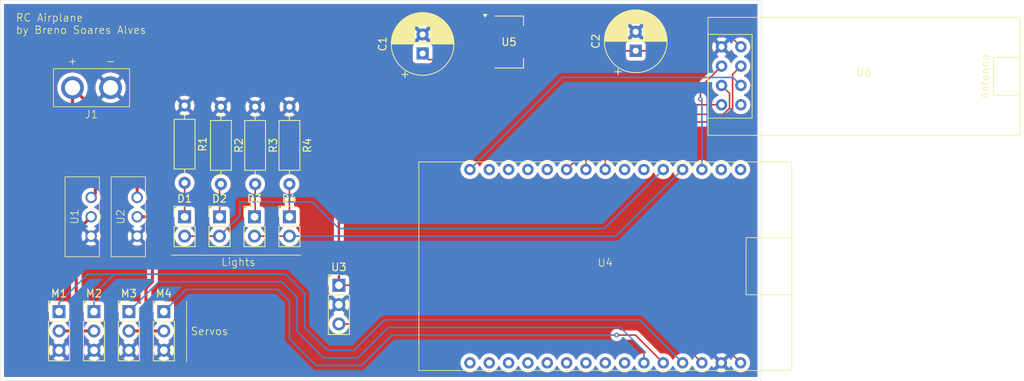
<source format=kicad_pcb>
(kicad_pcb (version 20241229) (generator "pcbnew") (generator_version "9.0")
  (layers (0 "F.Cu" signal) (2 "B.Cu" signal) (13 "F.Paste" user) (15 "B.Paste" user) (5 "F.SilkS" user "F.Silkscreen") (7 "B.SilkS" user "B.Silkscreen") (1 "F.Mask" user) (3 "B.Mask" user) (25 "Edge.Cuts" user))
  (net 0 "")
  (net 1 "Net-(U3-5V)")
  (net 2 "GND")
  (net 3 "Net-(U5-VO)")
  (net 4 "Net-(J1-Pin_2)")
  (net 5 "Net-(M1-PWM)")
  (net 6 "Net-(M1-+)")
  (net 7 "Net-(M3-+)")
  (net 8 "Net-(M3-PWM)")
  (net 9 "Net-(M4-PWM)")
  (net 10 "Net-(U3-PWM)")
  (net 11 "Net-(U4-D19)")
  (net 13 "Net-(U4-D5)")
  (net 15 "Net-(U4-D18)")
  (net 17 "Net-(U4-D23)")
  (net 23 "Net-(U4-D15)")
  (net 34 "Net-(D1-K)")
  (net 35 "Net-(D1-A)")
  (net 36 "Net-(D2-K)")
  (net 37 "Net-(D3-K)")
  (net 38 "Net-(D3-A)")
  (net 39 "Net-(D4-K)")
  (footprint "Connector_PinHeader_2.54mm:PinHeader_1x02_P2.54mm_Vertical" (layer "F.Cu") (at 177 91.46)
    (property "Reference" "D4" (at 0 -2.38 0) (layer "F.SilkS"))
    (property "Value" "LED")
    (pad "1" thru_hole rect (at 0 0) (size 1.7 1.7) (drill 1) (layers "*.Cu" "*.Mask") (net 39 "Net-(D4-K)"))
    (pad "2" thru_hole circle (at 0 2.54) (size 1.7 1.7) (drill 1) (layers "*.Cu" "*.Mask") (net 38 "Net-(D3-A)"))
  )
  (footprint "Connector_PinHeader_2.54mm:PinHeader_1x03_P2.54mm_Vertical" (layer "F.Cu") (at 146.73 103.92)
    (property "Reference" "M1" (at 0 -2.38 0) (layer "F.SilkS"))
    (property "Value" "Left_Aileron")
    (pad "1" thru_hole rect (at 0 0) (size 1.7 1.7) (drill 1) (layers "*.Cu" "*.Mask") (net 5 "Net-(M1-PWM)"))
    (pad "2" thru_hole circle (at 0 2.54) (size 1.7 1.7) (drill 1) (layers "*.Cu" "*.Mask") (net 6 "Net-(M1-+)"))
    (pad "3" thru_hole circle (at 0 5.08) (size 1.7 1.7) (drill 1) (layers "*.Cu" "*.Mask") (net 2 "GND"))
  )
  (footprint "PlaneFootprints:ESP32_DevKit_C" (layer "F.Cu") (at 218.5 98)
    (property "Reference" "U4" (at 0 -0.5 0) (layer "F.SilkS") (effects (font (thickness 0.1))))
    (property "Value" "ESP32_DevKit_1")
    (pad "1" thru_hole circle (at -17.78 -12.75 180) (size 1.5 1.5) (drill 0.8) (layers "*.Cu" "*.Mask") (net 17 "Net-(U4-D23)"))
    (pad "2" thru_hole circle (at -15.24 -12.75 180) (size 1.5 1.5) (drill 0.8) (layers "*.Cu" "*.Mask"))
    (pad "3" thru_hole circle (at -12.7 -12.75 180) (size 1.5 1.5) (drill 0.8) (layers "*.Cu" "*.Mask"))
    (pad "4" thru_hole circle (at -10.16 -12.75 180) (size 1.5 1.5) (drill 0.8) (layers "*.Cu" "*.Mask"))
    (pad "5" thru_hole circle (at -7.62 -12.75 180) (size 1.5 1.5) (drill 0.8) (layers "*.Cu" "*.Mask"))
    (pad "6" thru_hole circle (at -5.08 -12.75 180) (size 1.5 1.5) (drill 0.8) (layers "*.Cu" "*.Mask") (net 11 "Net-(U4-D19)"))
    (pad "7" thru_hole circle (at -2.54 -12.75 180) (size 1.5 1.5) (drill 0.8) (layers "*.Cu" "*.Mask") (net 15 "Net-(U4-D18)"))
    (pad "8" thru_hole circle (at 0 -12.75 180) (size 1.5 1.5) (drill 0.8) (layers "*.Cu" "*.Mask") (net 13 "Net-(U4-D5)"))
    (pad "9" thru_hole circle (at 2.54 -12.75 180) (size 1.5 1.5) (drill 0.8) (layers "*.Cu" "*.Mask"))
    (pad "10" thru_hole circle (at 5.08 -12.75 180) (size 1.5 1.5) (drill 0.8) (layers "*.Cu" "*.Mask"))
    (pad "11" thru_hole circle (at 7.62 -12.75 180) (size 1.5 1.5) (drill 0.8) (layers "*.Cu" "*.Mask") (net 35 "Net-(D1-A)"))
    (pad "12" thru_hole circle (at 10.16 -12.75 180) (size 1.5 1.5) (drill 0.8) (layers "*.Cu" "*.Mask") (net 38 "Net-(D3-A)"))
    (pad "13" thru_hole circle (at 12.7 -12.75 180) (size 1.5 1.5) (drill 0.8) (layers "*.Cu" "*.Mask") (net 23 "Net-(U4-D15)"))
    (pad "14" thru_hole circle (at 15.24 -12.75 180) (size 1.5 1.5) (drill 0.8) (layers "*.Cu" "*.Mask"))
    (pad "15" thru_hole circle (at 17.78 -12.75 180) (size 1.5 1.5) (drill 0.8) (layers "*.Cu" "*.Mask"))
    (pad "16" thru_hole circle (at -17.78 12.65 180) (size 1.5 1.5) (drill 0.8) (layers "*.Cu" "*.Mask"))
    (pad "17" thru_hole circle (at -15.24 12.65 180) (size 1.5 1.5) (drill 0.8) (layers "*.Cu" "*.Mask"))
    (pad "18" thru_hole circle (at -12.7 12.65 180) (size 1.5 1.5) (drill 0.8) (layers "*.Cu" "*.Mask"))
    (pad "19" thru_hole circle (at -10.16 12.65 180) (size 1.5 1.5) (drill 0.8) (layers "*.Cu" "*.Mask"))
    (pad "20" thru_hole circle (at -7.62 12.65 180) (size 1.5 1.5) (drill 0.8) (layers "*.Cu" "*.Mask"))
    (pad "21" thru_hole circle (at -5.08 12.65 180) (size 1.5 1.5) (drill 0.8) (layers "*.Cu" "*.Mask"))
    (pad "22" thru_hole circle (at -2.54 12.65 180) (size 1.5 1.5) (drill 0.8) (layers "*.Cu" "*.Mask"))
    (pad "23" thru_hole circle (at 0 12.65 180) (size 1.5 1.5) (drill 0.8) (layers "*.Cu" "*.Mask"))
    (pad "24" thru_hole circle (at 2.54 12.65 180) (size 1.5 1.5) (drill 0.8) (layers "*.Cu" "*.Mask"))
    (pad "25" thru_hole circle (at 5.08 12.65 180) (size 1.5 1.5) (drill 0.8) (layers "*.Cu" "*.Mask") (net 8 "Net-(M3-PWM)"))
    (pad "26" thru_hole circle (at 7.62 12.65 180) (size 1.5 1.5) (drill 0.8) (layers "*.Cu" "*.Mask") (net 9 "Net-(M4-PWM)"))
    (pad "27" thru_hole circle (at 10.16 12.65 180) (size 1.5 1.5) (drill 0.8) (layers "*.Cu" "*.Mask") (net 5 "Net-(M1-PWM)"))
    (pad "28" thru_hole circle (at 12.7 12.65 180) (size 1.5 1.5) (drill 0.8) (layers "*.Cu" "*.Mask") (net 10 "Net-(U3-PWM)"))
    (pad "29" thru_hole circle (at 15.24 12.65 180) (size 1.5 1.5) (drill 0.8) (layers "*.Cu" "*.Mask") (net 2 "GND"))
    (pad "30" thru_hole circle (at 17.78 12.65 180) (size 1.5 1.5) (drill 0.8) (layers "*.Cu" "*.Mask") (net 1 "Net-(U3-5V)"))
  )
  (footprint "Capacitor_THT:CP_Radial_D8.0mm_P2.50mm" (layer "F.Cu") (at 194.5 70 90)
    (property "Reference" "C1" (at 1.25 -5.25 90) (layer "F.SilkS"))
    (property "Value" "100uF")
    (pad "1" thru_hole rect (at 0 0 90) (size 1.6 1.6) (drill 0.8) (layers "*.Cu" "*.Mask") (net 1 "Net-(U3-5V)"))
    (pad "2" thru_hole circle (at 2.5 0 90) (size 1.6 1.6) (drill 0.8) (layers "*.Cu" "*.Mask") (net 2 "GND"))
  )
  (footprint "Capacitor_THT:CP_Radial_D8.0mm_P2.50mm" (layer "F.Cu") (at 222.5 69.652651 90)
    (property "Reference" "C2" (at 1.25 -5.25 90) (layer "F.SilkS"))
    (property "Value" "10uF")
    (pad "1" thru_hole rect (at 0 0 90) (size 1.6 1.6) (drill 0.8) (layers "*.Cu" "*.Mask") (net 3 "Net-(U5-VO)"))
    (pad "2" thru_hole circle (at 2.5 0 90) (size 1.6 1.6) (drill 0.8) (layers "*.Cu" "*.Mask") (net 2 "GND"))
  )
  (footprint "PlaneFootprints:LD1085V50" (layer "F.Cu") (at 155.83 91.46)
    (property "Reference" "U2" (at -1 0 90) (layer "F.SilkS") (effects (font (thickness 0.1))))
    (property "Value" "LD1085V50")
    (pad "1" thru_hole circle (at 1.17 -2.54) (size 1.5 1.5) (drill 1) (layers "*.Cu" "*.Mask") (net 4 "Net-(J1-Pin_2)"))
    (pad "2" thru_hole circle (at 1.17 0) (size 1.5 1.5) (drill 1) (layers "*.Cu" "*.Mask") (net 7 "Net-(M3-+)"))
    (pad "3" thru_hole circle (at 1.17 2.54) (size 1.5 1.5) (drill 1) (layers "*.Cu" "*.Mask") (net 2 "GND"))
  )
  (footprint "Connector_PinHeader_2.54mm:PinHeader_1x02_P2.54mm_Vertical" (layer "F.Cu") (at 167.82 91.46)
    (property "Reference" "D2" (at 0 -2.38 0) (layer "F.SilkS"))
    (property "Value" "LED")
    (pad "1" thru_hole rect (at 0 0) (size 1.7 1.7) (drill 1) (layers "*.Cu" "*.Mask") (net 36 "Net-(D2-K)"))
    (pad "2" thru_hole circle (at 0 2.54) (size 1.7 1.7) (drill 1) (layers "*.Cu" "*.Mask") (net 35 "Net-(D1-A)"))
  )
  (footprint "Connector_PinHeader_2.54mm:PinHeader_1x02_P2.54mm_Vertical" (layer "F.Cu") (at 163.23 91.46)
    (property "Reference" "D1" (at 0 -2.38 0) (layer "F.SilkS"))
    (property "Value" "LED")
    (pad "1" thru_hole rect (at 0 0) (size 1.7 1.7) (drill 1) (layers "*.Cu" "*.Mask") (net 34 "Net-(D1-K)"))
    (pad "2" thru_hole circle (at 0 2.54) (size 1.7 1.7) (drill 1) (layers "*.Cu" "*.Mask") (net 35 "Net-(D1-A)"))
  )
  (footprint "Connector_PinHeader_2.54mm:PinHeader_1x02_P2.54mm_Vertical" (layer "F.Cu") (at 172.41 91.46)
    (property "Reference" "D3" (at 0 -2.38 0) (layer "F.SilkS"))
    (property "Value" "LED")
    (pad "1" thru_hole rect (at 0 0) (size 1.7 1.7) (drill 1) (layers "*.Cu" "*.Mask") (net 37 "Net-(D3-K)"))
    (pad "2" thru_hole circle (at 0 2.54) (size 1.7 1.7) (drill 1) (layers "*.Cu" "*.Mask") (net 38 "Net-(D3-A)"))
  )
  (footprint "Resistor_THT:R_Axial_DIN0207_L6.3mm_D2.5mm_P10.16mm_Horizontal" (layer "F.Cu") (at 168 77 -90)
    (property "Reference" "R2" (at 5.08 -2.37 90) (layer "F.SilkS"))
    (property "Value" "330")
    (pad "1" thru_hole circle (at 0 0 270) (size 1.6 1.6) (drill 0.8) (layers "*.Cu" "*.Mask") (net 2 "GND"))
    (pad "2" thru_hole oval (at 10.16 0 270) (size 1.6 1.6) (drill 0.8) (layers "*.Cu" "*.Mask") (net 36 "Net-(D2-K)"))
  )
  (footprint "Resistor_THT:R_Axial_DIN0207_L6.3mm_D2.5mm_P10.16mm_Horizontal" (layer "F.Cu") (at 163.23 76.84 -90)
    (property "Reference" "R1" (at 5.08 -2.37 90) (layer "F.SilkS"))
    (property "Value" "330")
    (pad "1" thru_hole circle (at 0 0 270) (size 1.6 1.6) (drill 0.8) (layers "*.Cu" "*.Mask") (net 2 "GND"))
    (pad "2" thru_hole oval (at 10.16 0 270) (size 1.6 1.6) (drill 0.8) (layers "*.Cu" "*.Mask") (net 34 "Net-(D1-K)"))
  )
  (footprint "Resistor_THT:R_Axial_DIN0207_L6.3mm_D2.5mm_P10.16mm_Horizontal" (layer "F.Cu") (at 172.5 77 -90)
    (property "Reference" "R3" (at 5.08 -2.37 90) (layer "F.SilkS"))
    (property "Value" "330")
    (pad "1" thru_hole circle (at 0 0 270) (size 1.6 1.6) (drill 0.8) (layers "*.Cu" "*.Mask") (net 2 "GND"))
    (pad "2" thru_hole oval (at 10.16 0 270) (size 1.6 1.6) (drill 0.8) (layers "*.Cu" "*.Mask") (net 37 "Net-(D3-K)"))
  )
  (footprint "Connector_PinHeader_2.54mm:PinHeader_1x03_P2.54mm_Vertical" (layer "F.Cu") (at 151.32 103.92)
    (property "Reference" "M2" (at 0 -2.38 0) (layer "F.SilkS"))
    (property "Value" "Right_Aileron")
    (pad "1" thru_hole rect (at 0 0) (size 1.7 1.7) (drill 1) (layers "*.Cu" "*.Mask") (net 5 "Net-(M1-PWM)"))
    (pad "2" thru_hole circle (at 0 2.54) (size 1.7 1.7) (drill 1) (layers "*.Cu" "*.Mask") (net 6 "Net-(M1-+)"))
    (pad "3" thru_hole circle (at 0 5.08) (size 1.7 1.7) (drill 1) (layers "*.Cu" "*.Mask") (net 2 "GND"))
  )
  (footprint "PlaneFootprints:LD1085V50" (layer "F.Cu") (at 149.78 91.46)
    (property "Reference" "U1" (at -1 0 90) (layer "F.SilkS") (effects (font (thickness 0.1))))
    (property "Value" "LD1085V50")
    (pad "1" thru_hole circle (at 1.17 -2.54) (size 1.5 1.5) (drill 1) (layers "*.Cu" "*.Mask") (net 4 "Net-(J1-Pin_2)"))
    (pad "2" thru_hole circle (at 1.17 0) (size 1.5 1.5) (drill 1) (layers "*.Cu" "*.Mask") (net 6 "Net-(M1-+)"))
    (pad "3" thru_hole circle (at 1.17 2.54) (size 1.5 1.5) (drill 1) (layers "*.Cu" "*.Mask") (net 2 "GND"))
  )
  (footprint "Connector_PinHeader_2.54mm:PinHeader_1x03_P2.54mm_Vertical" (layer "F.Cu") (at 183.5 100.46)
    (property "Reference" "U3" (at 0 -2.38 0) (layer "F.SilkS"))
    (property "Value" "ESC")
    (pad "1" thru_hole rect (at 0 0) (size 1.7 1.7) (drill 1) (layers "*.Cu" "*.Mask") (net 1 "Net-(U3-5V)"))
    (pad "2" thru_hole circle (at 0 2.54) (size 1.7 1.7) (drill 1) (layers "*.Cu" "*.Mask") (net 2 "GND"))
    (pad "3" thru_hole circle (at 0 5.08) (size 1.7 1.7) (drill 1) (layers "*.Cu" "*.Mask") (net 10 "Net-(U3-PWM)"))
  )
  (footprint "PlaneFootprints:nRF24L01+" (layer "F.Cu") (at 252.5 73)
    (property "Reference" "U6" (at 0 -0.5 0) (layer "F.SilkS") (effects (font (thickness 0.1))))
    (property "Value" "nRF24L01+")
    (fp_text user "Antenna" (at 15.9 0 90) (layer "F.SilkS") (effects (font (thickness 0.1))))
    (pad "1" thru_hole circle (at -16.18 -3.88) (size 1.5 1.5) (drill 0.8) (layers "*.Cu" "*.Mask") (net 3 "Net-(U5-VO)"))
    (pad "2" thru_hole circle (at -18.72 -3.88) (size 1.5 1.5) (drill 0.8) (layers "*.Cu" "*.Mask") (net 2 "GND"))
    (pad "3" thru_hole circle (at -18.72 -1.34) (size 1.5 1.5) (drill 0.8) (layers "*.Cu" "*.Mask") (net 23 "Net-(U4-D15)"))
    (pad "4" thru_hole circle (at -16.18 -1.34) (size 1.5 1.5) (drill 0.8) (layers "*.Cu" "*.Mask") (net 13 "Net-(U4-D5)"))
    (pad "5" thru_hole circle (at -18.72 1.2) (size 1.5 1.5) (drill 0.8) (layers "*.Cu" "*.Mask") (net 15 "Net-(U4-D18)"))
    (pad "6" thru_hole circle (at -16.18 1.2) (size 1.5 1.5) (drill 0.8) (layers "*.Cu" "*.Mask") (net 17 "Net-(U4-D23)"))
    (pad "7" thru_hole circle (at -18.72 3.74) (size 1.5 1.5) (drill 0.8) (layers "*.Cu" "*.Mask") (net 11 "Net-(U4-D19)"))
    (pad "8" thru_hole circle (at -16.18 3.74) (size 1.5 1.5) (drill 0.8) (layers "*.Cu" "*.Mask"))
  )
  (footprint "Connector_PinHeader_2.54mm:PinHeader_1x03_P2.54mm_Vertical" (layer "F.Cu") (at 160.5 103.92)
    (property "Reference" "M4" (at 0 -2.38 0) (layer "F.SilkS"))
    (property "Value" "Rudder")
    (pad "1" thru_hole rect (at 0 0) (size 1.7 1.7) (drill 1) (layers "*.Cu" "*.Mask") (net 9 "Net-(M4-PWM)"))
    (pad "2" thru_hole circle (at 0 2.54) (size 1.7 1.7) (drill 1) (layers "*.Cu" "*.Mask") (net 7 "Net-(M3-+)"))
    (pad "3" thru_hole circle (at 0 5.08) (size 1.7 1.7) (drill 1) (layers "*.Cu" "*.Mask") (net 2 "GND"))
  )
  (footprint "Connector_PinHeader_2.54mm:PinHeader_1x03_P2.54mm_Vertical" (layer "F.Cu") (at 155.91 103.92)
    (property "Reference" "M3" (at 0 -2.38 0) (layer "F.SilkS"))
    (property "Value" "Elevator")
    (pad "1" thru_hole rect (at 0 0) (size 1.7 1.7) (drill 1) (layers "*.Cu" "*.Mask") (net 8 "Net-(M3-PWM)"))
    (pad "2" thru_hole circle (at 0 2.54) (size 1.7 1.7) (drill 1) (layers "*.Cu" "*.Mask") (net 7 "Net-(M3-+)"))
    (pad "3" thru_hole circle (at 0 5.08) (size 1.7 1.7) (drill 1) (layers "*.Cu" "*.Mask") (net 2 "GND"))
  )
  (footprint "Resistor_THT:R_Axial_DIN0207_L6.3mm_D2.5mm_P10.16mm_Horizontal" (layer "F.Cu") (at 177 77 -90)
    (property "Reference" "R4" (at 5.08 -2.37 90) (layer "F.SilkS"))
    (property "Value" "330")
    (pad "1" thru_hole circle (at 0 0 270) (size 1.6 1.6) (drill 0.8) (layers "*.Cu" "*.Mask") (net 2 "GND"))
    (pad "2" thru_hole oval (at 10.16 0 270) (size 1.6 1.6) (drill 0.8) (layers "*.Cu" "*.Mask") (net 39 "Net-(D4-K)"))
  )
  (footprint "Package_TO_SOT_SMD:SOT-223-3_TabPin2" (layer "F.Cu") (at 205.85 68.5)
    (property "Reference" "U5" (at 0 0 0) (layer "F.SilkS"))
    (property "Value" "AMS1117-3.3")
    (pad "1" smd roundrect (at -3.15 -2.3) (size 2 1.5) (layers "F.Cu" "F.Mask" "F.Paste") (net 2 "GND"))
    (pad "2" smd roundrect (at -3.15 0) (size 2 1.5) (layers "F.Cu" "F.Mask" "F.Paste") (net 3 "Net-(U5-VO)"))
    (pad "2" smd roundrect (at 3.15 0) (size 2 3.8) (layers "F.Cu" "F.Mask" "F.Paste") (net 3 "Net-(U5-VO)"))
    (pad "3" smd roundrect (at -3.15 2.3) (size 2 1.5) (layers "F.Cu" "F.Mask" "F.Paste") (net 1 "Net-(U3-5V)"))
  )
  (footprint "PlaneFootprints:14AWG_Wire" (layer "F.Cu") (at 151 74.5)
    (property "Reference" "J1" (at 0 3.5 0) (layer "F.SilkS") (effects (font (thickness 0.1))))
    (property "Value" "Battery")
    (fp_text user "+" (at -2.5 -3.5 0) (layer "F.SilkS") (effects (font (thickness 0.1))))
    (fp_text user "-" (at 2.5 -3.5 0) (layer "F.SilkS") (effects (font (thickness 0.1))))
    (pad "1" thru_hole circle (at 2.5 0) (size 3 3) (drill 2) (layers "*.Cu" "*.Mask") (net 2 "GND"))
    (pad "2" thru_hole circle (at -2.5 0) (size 3 3) (drill 2) (layers "*.Cu" "*.Mask") (net 4 "Net-(J1-Pin_2)"))
  )
  (gr_line (start 163.5 102.54) (end 163.5 110.5) (stroke (width 0.1)) (layer "F.SilkS"))
  (gr_line (start 161.5 96.5) (end 178.5 96.5) (stroke (width 0.1)) (layer "F.SilkS"))
  (gr_rect (start 139 63) (end 239 113) (stroke (width 0.05)) (fill no) (layer "Edge.Cuts"))
  (gr_text "Servos" (at 166.5 106.5 0) (layer "F.SilkS") (effects (font (size 1 1) (thickness 0.1))))
  (gr_text "Lights" (at 168 98 0) (layer "F.SilkS") (effects (font (size 1 1) (thickness 0.1)) (justify left bottom)))
  (gr_text "RC Airplane\nby Breno Soares Alves" (at 141 67.5 0) (layer "F.SilkS") (effects (font (size 1 1) (thickness 0.1)) (justify left bottom)))
  (segment (start 195.3 70.8) (end 194.5 70) (width 0.2) (layer "F.Cu") (net 1))
  (segment (start 183.5 100.46) (end 189.04 100.46) (width 0.2) (layer "F.Cu") (net 1))
  (segment (start 183.5 90) (end 202.7 70.8) (width 0.3) (layer "F.Cu") (net 1))
  (segment (start 183.5 100.46) (end 183.5 90) (width 0.3) (layer "F.Cu") (net 1))
  (segment (start 189.04 100.46) (end 189.5 100.92) (width 0.2) (layer "F.Cu") (net 1))
  (segment (start 189.5 100.92) (end 226.55 100.92) (width 0.2) (layer "F.Cu") (net 1))
  (segment (start 202.7 70.8) (end 195.3 70.8) (width 0.2) (layer "F.Cu") (net 1))
  (segment (start 226.55 100.92) (end 236.28 110.65) (width 0.2) (layer "F.Cu") (net 1))
  (segment (start 231.5 66.5) (end 233.7 66.5) (width 0.2) (layer "F.Cu") (net 3))
  (segment (start 222.5 69.652651) (end 228.347349 69.652651) (width 0.2) (layer "F.Cu") (net 3))
  (segment (start 209 68.5) (end 210.152651 69.652651) (width 0.2) (layer "F.Cu") (net 3))
  (segment (start 210.152651 69.652651) (end 222.5 69.652651) (width 0.2) (layer "F.Cu") (net 3))
  (segment (start 228.347349 69.652651) (end 231.5 66.5) (width 0.2) (layer "F.Cu") (net 3))
  (segment (start 233.7 66.5) (end 236.32 69.12) (width 0.2) (layer "F.Cu") (net 3))
  (segment (start 151.5 88.37) (end 150.95 88.92) (width 0.4) (layer "F.Cu") (net 4))
  (segment (start 157 83) (end 157 88.92) (width 0.4) (layer "F.Cu") (net 4))
  (segment (start 148.5 81) (end 151.5 84) (width 0.4) (layer "F.Cu") (net 4))
  (segment (start 148.5 74.5) (end 148.5 81) (width 0.4) (layer "F.Cu") (net 4))
  (segment (start 148.5 74.5) (end 157 83) (width 0.4) (layer "F.Cu") (net 4))
  (segment (start 151.5 84) (end 151.5 88.37) (width 0.4) (layer "F.Cu") (net 4))
  (segment (start 189.5 105) (end 223.01 105) (width 0.2) (layer "B.Cu") (net 5))
  (segment (start 150.5 99) (end 176.5 99) (width 0.2) (layer "B.Cu") (net 5))
  (segment (start 176.5 99) (end 179 101.5) (width 0.2) (layer "B.Cu") (net 5))
  (segment (start 182 109) (end 185.5 109) (width 0.2) (layer "B.Cu") (net 5))
  (segment (start 223.01 105) (end 228.66 110.65) (width 0.2) (layer "B.Cu") (net 5))
  (segment (start 151.32 103.92) (end 151.32 101.68) (width 0.2) (layer "B.Cu") (net 5))
  (segment (start 185.5 109) (end 189.5 105) (width 0.2) (layer "B.Cu") (net 5))
  (segment (start 179 106) (end 182 109) (width 0.2) (layer "B.Cu") (net 5))
  (segment (start 179 101.5) (end 179 106) (width 0.2) (layer "B.Cu") (net 5))
  (segment (start 154 99) (end 176.5 99) (width 0.2) (layer "B.Cu") (net 5))
  (segment (start 146.73 102.77) (end 150.5 99) (width 0.2) (layer "B.Cu") (net 5))
  (segment (start 146.73 103.92) (end 146.73 102.77) (width 0.2) (layer "B.Cu") (net 5))
  (segment (start 150.5 99) (end 154 99) (width 0.2) (layer "B.Cu") (net 5))
  (segment (start 151.32 101.68) (end 154 99) (width 0.2) (layer "B.Cu") (net 5))
  (segment (start 149 106.5) (end 148.96 106.46) (width 0.4) (layer "F.Cu") (net 6))
  (segment (start 150.95 91.46) (end 149 93.41) (width 0.4) (layer "F.Cu") (net 6))
  (segment (start 148.96 106.46) (end 146.73 106.46) (width 0.4) (layer "F.Cu") (net 6))
  (segment (start 149.04 106.46) (end 149 106.5) (width 0.4) (layer "F.Cu") (net 6))
  (segment (start 149 93.41) (end 149 106.5) (width 0.4) (layer "F.Cu") (net 6))
  (segment (start 151.32 106.46) (end 149.04 106.46) (width 0.4) (layer "F.Cu") (net 6))
  (segment (start 158.46 91.46) (end 159 92) (width 0.4) (layer "F.Cu") (net 7))
  (segment (start 157 91.46) (end 158.46 91.46) (width 0.4) (layer "F.Cu") (net 7))
  (segment (start 158.262 106.46) (end 158.151 106.349) (width 0.4) (layer "F.Cu") (net 7))
  (segment (start 158.151 100.849) (end 158.151 106.349) (width 0.4) (layer "F.Cu") (net 7))
  (segment (start 159 100) (end 158.151 100.849) (width 0.4) (layer "F.Cu") (net 7))
  (segment (start 158.04 106.46) (end 158.151 106.349) (width 0.4) (layer "F.Cu") (net 7))
  (segment (start 155.91 106.46) (end 158.04 106.46) (width 0.4) (layer "F.Cu") (net 7))
  (segment (start 159 92) (end 159 100) (width 0.4) (layer "F.Cu") (net 7))
  (segment (start 160.5 106.46) (end 158.262 106.46) (width 0.4) (layer "F.Cu") (net 7))
  (segment (start 176 100) (end 178 102) (width 0.2) (layer "B.Cu") (net 8))
  (segment (start 223.58 109.08) (end 223.58 110.65) (width 0.2) (layer "B.Cu") (net 8))
  (segment (start 155.91 103.92) (end 159.83 100) (width 0.2) (layer "B.Cu") (net 8))
  (segment (start 181.5 110) (end 186 110) (width 0.2) (layer "B.Cu") (net 8))
  (segment (start 220.5 106) (end 223.58 109.08) (width 0.2) (layer "B.Cu") (net 8))
  (segment (start 186 110) (end 190 106) (width 0.2) (layer "B.Cu") (net 8))
  (segment (start 159.83 100) (end 176 100) (width 0.2) (layer "B.Cu") (net 8))
  (segment (start 178 102) (end 178 106.5) (width 0.2) (layer "B.Cu") (net 8))
  (segment (start 178 106.5) (end 181.5 110) (width 0.2) (layer "B.Cu") (net 8))
  (segment (start 190 106) (end 220.5 106) (width 0.2) (layer "B.Cu") (net 8))
  (segment (start 222.47 107) (end 226.12 110.65) (width 0.2) (layer "F.Cu") (net 9))
  (segment (start 220 107) (end 222.47 107) (width 0.2) (layer "F.Cu") (net 9))
  (via (at 220 107) (size 0.6) (drill 0.3) (layers "F.Cu" "B.Cu") (net 9))
  (segment (start 160.5 103.92) (end 163.42 101) (width 0.2) (layer "B.Cu") (net 9))
  (segment (start 177 102.5) (end 177 107.5) (width 0.2) (layer "B.Cu") (net 9))
  (segment (start 163.42 101) (end 175.5 101) (width 0.2) (layer "B.Cu") (net 9))
  (segment (start 177 107.5) (end 180.5 111) (width 0.2) (layer "B.Cu") (net 9))
  (segment (start 190.5 107) (end 220 107) (width 0.2) (layer "B.Cu") (net 9))
  (segment (start 186.5 111) (end 190.5 107) (width 0.2) (layer "B.Cu") (net 9))
  (segment (start 180.5 111) (end 185.5 111) (width 0.2) (layer "B.Cu") (net 9))
  (segment (start 175.5 101) (end 177 102.5) (width 0.2) (layer "B.Cu") (net 9))
  (segment (start 185.5 111) (end 186.5 111) (width 0.2) (layer "B.Cu") (net 9))
  (segment (start 183.5 105.54) (end 184.96 105.54) (width 0.2) (layer "F.Cu") (net 10))
  (segment (start 231.2 110.65) (end 223.55 103) (width 0.2) (layer "F.Cu") (net 10))
  (segment (start 187.5 103) (end 188 103) (width 0.2) (layer "F.Cu") (net 10))
  (segment (start 223.55 103) (end 188 103) (width 0.2) (layer "F.Cu") (net 10))
  (segment (start 184.96 105.54) (end 187.5 103) (width 0.2) (layer "F.Cu") (net 10))
  (segment (start 233.78 76.74) (end 221.93 76.74) (width 0.2) (layer "F.Cu") (net 11))
  (segment (start 221.93 76.74) (end 213.42 85.25) (width 0.2) (layer "F.Cu") (net 11))
  (segment (start 235.232 77.341439) (end 233.573439 79) (width 0.2) (layer "F.Cu") (net 13))
  (segment (start 236.32 71.66) (end 235.232 72.748) (width 0.2) (layer "F.Cu") (net 13))
  (segment (start 218.5 83) (end 218.5 85.25) (width 0.2) (layer "F.Cu") (net 13))
  (segment (start 235.232 72.748) (end 235.232 77.341439) (width 0.2) (layer "F.Cu") (net 13))
  (segment (start 233.573439 79) (end 222.5 79) (width 0.2) (layer "F.Cu") (net 13))
  (segment (start 222.5 79) (end 218.5 83) (width 0.2) (layer "F.Cu") (net 13))
  (segment (start 234.831 75.251) (end 234.831 77.175339) (width 0.2) (layer "F.Cu") (net 15))
  (segment (start 234.831 77.175339) (end 234.006339 78) (width 0.2) (layer "F.Cu") (net 15))
  (segment (start 215.96 84.04) (end 215.96 85.25) (width 0.2) (layer "F.Cu") (net 15))
  (segment (start 222 78) (end 215.96 84.04) (width 0.2) (layer "F.Cu") (net 15))
  (segment (start 234.006339 78) (end 222 78) (width 0.2) (layer "F.Cu") (net 15))
  (segment (start 233.78 74.2) (end 234.831 75.251) (width 0.2) (layer "F.Cu") (net 15))
  (segment (start 236.32 74.2) (end 235.269 73.149) (width 0.2) (layer "B.Cu") (net 17))
  (segment (start 212.821 73.149) (end 200.72 85.25) (width 0.2) (layer "B.Cu") (net 17))
  (segment (start 235.269 73.149) (end 212.821 73.149) (width 0.2) (layer "B.Cu") (net 17))
  (segment (start 231 74.44) (end 231 76) (width 0.2) (layer "F.Cu") (net 23))
  (segment (start 233.78 71.66) (end 231 74.44) (width 0.2) (layer "F.Cu") (net 23))
  (via (at 231 76) (size 0.6) (drill 0.3) (layers "F.Cu" "B.Cu") (net 23))
  (segment (start 231.2 76.2) (end 231.2 85.25) (width 0.2) (layer "B.Cu") (net 23))
  (segment (start 231 76) (end 231.2 76.2) (width 0.2) (layer "B.Cu") (net 23))
  (segment (start 163.23 91.46) (end 163.23 87) (width 0.2) (layer "F.Cu") (net 34))
  (segment (start 167.82 94) (end 163.23 94) (width 0.2) (layer "F.Cu") (net 35))
  (segment (start 170.5 89.5) (end 180 89.5) (width 0.2) (layer "B.Cu") (net 35))
  (segment (start 180 89.5) (end 183.5 93) (width 0.2) (layer "B.Cu") (net 35))
  (segment (start 167.82 94) (end 170.5 91.32) (width 0.2) (layer "B.Cu") (net 35))
  (segment (start 218.37 93) (end 226.12 85.25) (width 0.2) (layer "B.Cu") (net 35))
  (segment (start 170.5 91.32) (end 170.5 89.5) (width 0.2) (layer "B.Cu") (net 35))
  (segment (start 183.5 93) (end 218.37 93) (width 0.2) (layer "B.Cu") (net 35))
  (segment (start 167.82 87.34) (end 168 87.16) (width 0.2) (layer "F.Cu") (net 36))
  (segment (start 167.82 91.46) (end 167.82 87.34) (width 0.2) (layer "F.Cu") (net 36))
  (segment (start 172.5 91.37) (end 172.41 91.46) (width 0.2) (layer "F.Cu") (net 37))
  (segment (start 172.5 87.16) (end 172.5 91.37) (width 0.2) (layer "F.Cu") (net 37))
  (segment (start 177 94) (end 172.41 94) (width 0.2) (layer "F.Cu") (net 38))
  (segment (start 219.91 94) (end 177 94) (width 0.2) (layer "B.Cu") (net 38))
  (segment (start 228.66 85.25) (end 219.91 94) (width 0.2) (layer "B.Cu") (net 38))
  (segment (start 177 87.16) (end 177 91.46) (width 0.2) (layer "F.Cu") (net 39))
  (zone (net 2) (net_name "GND") (layers "F.Cu" "B.Cu") (connect_pads (clearance 0.5)) (min_thickness 0.25) (fill yes (thermal_gap 0.5) (thermal_bridge_width 0.5))
    (polygon (pts (xy 239 63) (xy 239 113) (xy 139 113) (xy 139 63)))
  )
)
</source>
